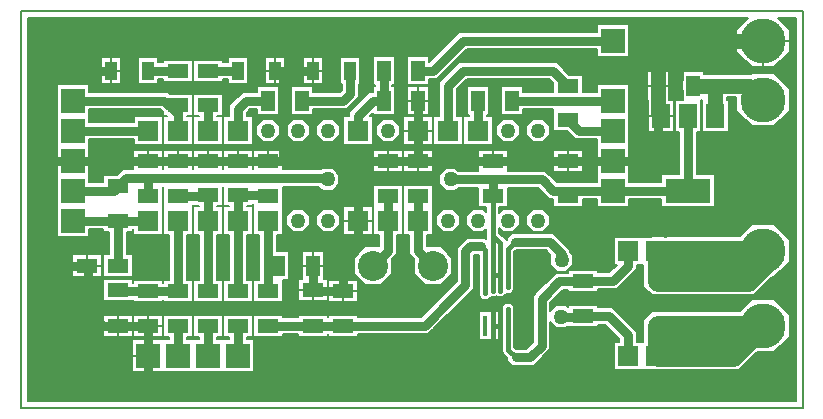
<source format=gbr>
G04 PROTEUS RS274X GERBER FILE*
%FSLAX45Y45*%
%MOMM*%
G01*
%ADD11C,0.762000*%
%ADD19C,1.270000*%
%ADD10C,0.381000*%
%ADD70C,1.778000*%
%ADD12C,0.762000*%
%ADD13C,1.270000*%
%ADD18C,0.203200*%
%ADD14R,2.032000X2.032000*%
%ADD71R,1.143000X1.803400*%
%ADD20R,1.803400X1.143000*%
%ADD21R,1.803400X1.244600*%
%ADD15C,2.540000*%
%ADD22R,1.016000X1.524000*%
%ADD16R,1.778000X1.778000*%
%ADD23R,1.524000X2.032000*%
%ADD24R,3.810000X2.032000*%
%ADD25R,4.572000X1.651000*%
%ADD26R,1.651000X1.651000*%
%ADD17C,3.810000*%
%ADD27R,0.304800X1.778000*%
G36*
X+3453580Y+4823460D02*
X-3050540Y+4823460D01*
X-3050540Y+8069580D01*
X+3050884Y+8069580D01*
X+2948941Y+7967637D01*
X+2948941Y+7780363D01*
X+3081363Y+7647941D01*
X+3268637Y+7647941D01*
X+3401059Y+7780363D01*
X+3401059Y+7967637D01*
X+3299116Y+8069580D01*
X+3453580Y+8069580D01*
X+3453580Y+4823460D01*
G37*
%LPC*%
G36*
X-2529841Y+7439659D02*
X-1866232Y+7439659D01*
X-1849282Y+7422709D01*
X-1652271Y+7422709D01*
X-1652271Y+7237291D01*
X-1704341Y+7237291D01*
X-1704341Y+7236459D01*
X-1653541Y+7236459D01*
X-1653541Y+6987541D01*
X-1902459Y+6987541D01*
X-1902459Y+7236459D01*
X-1871368Y+7236459D01*
X-1872200Y+7237291D01*
X-1903729Y+7237291D01*
X-1903729Y+7268820D01*
X-1927250Y+7292341D01*
X-2529841Y+7292341D01*
X-2529841Y+7185659D01*
X-2154459Y+7185659D01*
X-2154459Y+7236459D01*
X-1905541Y+7236459D01*
X-1905541Y+6987541D01*
X-2154459Y+6987541D01*
X-2154459Y+7038341D01*
X-2529841Y+7038341D01*
X-2529841Y+6677659D01*
X-2411729Y+6677659D01*
X-2411729Y+6732709D01*
X-2297459Y+6732709D01*
X-2245938Y+6784230D01*
X-2157729Y+6784230D01*
X-2157729Y+6950709D01*
X-1906271Y+6950709D01*
X-1906271Y+6784230D01*
X-1903729Y+6784230D01*
X-1903729Y+6950709D01*
X-1652271Y+6950709D01*
X-1652271Y+6784230D01*
X-1649729Y+6784230D01*
X-1649729Y+6950709D01*
X-1398271Y+6950709D01*
X-1398271Y+6784230D01*
X-1395729Y+6784230D01*
X-1395729Y+6950709D01*
X-1144271Y+6950709D01*
X-1144271Y+6784230D01*
X-1141729Y+6784230D01*
X-1141729Y+6950709D01*
X-890271Y+6950709D01*
X-890271Y+6784230D01*
X-564942Y+6784230D01*
X-551672Y+6797500D01*
X-469608Y+6797500D01*
X-411581Y+6739473D01*
X-411581Y+6657409D01*
X-469608Y+6599382D01*
X-551672Y+6599382D01*
X-589202Y+6636912D01*
X-890271Y+6636912D01*
X-890271Y+6465291D01*
X-891541Y+6465291D01*
X-891541Y+6225541D01*
X-942341Y+6225541D01*
X-942341Y+6094729D01*
X-842291Y+6094729D01*
X-842291Y+5843271D01*
X-890271Y+5843271D01*
X-890271Y+5658291D01*
X-1141729Y+5658291D01*
X-1141729Y+5843709D01*
X-1089659Y+5843709D01*
X-1089659Y+6225541D01*
X-1140459Y+6225541D01*
X-1140459Y+6465291D01*
X-1141729Y+6465291D01*
X-1141729Y+6494341D01*
X-1144271Y+6494341D01*
X-1144271Y+6475291D01*
X-1196341Y+6475291D01*
X-1196341Y+6474459D01*
X-1145541Y+6474459D01*
X-1145541Y+6225541D01*
X-1196341Y+6225541D01*
X-1196341Y+5843709D01*
X-1144271Y+5843709D01*
X-1144271Y+5658291D01*
X-1395729Y+5658291D01*
X-1395729Y+5843709D01*
X-1343659Y+5843709D01*
X-1343659Y+6225541D01*
X-1394459Y+6225541D01*
X-1394459Y+6474459D01*
X-1343659Y+6474459D01*
X-1343659Y+6475291D01*
X-1395729Y+6475291D01*
X-1395729Y+6636912D01*
X-1398271Y+6636912D01*
X-1398271Y+6475291D01*
X-1450341Y+6475291D01*
X-1450341Y+6474459D01*
X-1399541Y+6474459D01*
X-1399541Y+6225541D01*
X-1450341Y+6225541D01*
X-1450341Y+5843709D01*
X-1398271Y+5843709D01*
X-1398271Y+5658291D01*
X-1649729Y+5658291D01*
X-1649729Y+5843709D01*
X-1597659Y+5843709D01*
X-1597659Y+6225541D01*
X-1648459Y+6225541D01*
X-1648459Y+6474459D01*
X-1597659Y+6474459D01*
X-1597659Y+6475291D01*
X-1649729Y+6475291D01*
X-1649729Y+6484341D01*
X-1652271Y+6484341D01*
X-1652271Y+6465291D01*
X-1653541Y+6465291D01*
X-1653541Y+6225541D01*
X-1704341Y+6225541D01*
X-1704341Y+5843709D01*
X-1652271Y+5843709D01*
X-1652271Y+5658291D01*
X-1903729Y+5658291D01*
X-1903729Y+5677341D01*
X-1906271Y+5677341D01*
X-1906271Y+5658291D01*
X-2157729Y+5658291D01*
X-2157729Y+5677341D01*
X-2160271Y+5677341D01*
X-2160271Y+5668291D01*
X-2411729Y+5668291D01*
X-2411729Y+5853709D01*
X-2160271Y+5853709D01*
X-2160271Y+5824659D01*
X-2157729Y+5824659D01*
X-2157729Y+5843709D01*
X-1906271Y+5843709D01*
X-1906271Y+5824659D01*
X-1903729Y+5824659D01*
X-1903729Y+5843709D01*
X-1851659Y+5843709D01*
X-1851659Y+6225541D01*
X-1902459Y+6225541D01*
X-1902459Y+6465291D01*
X-1903729Y+6465291D01*
X-1903729Y+6636912D01*
X-1906271Y+6636912D01*
X-1906271Y+6465291D01*
X-1907541Y+6465291D01*
X-1907541Y+6225541D01*
X-2156459Y+6225541D01*
X-2156459Y+6276341D01*
X-2160271Y+6276341D01*
X-2160271Y+6257291D01*
X-2212341Y+6257291D01*
X-2212341Y+6066789D01*
X-2160271Y+6066789D01*
X-2160271Y+5871211D01*
X-2411729Y+5871211D01*
X-2411729Y+6066789D01*
X-2359659Y+6066789D01*
X-2359659Y+6257291D01*
X-2411729Y+6257291D01*
X-2411729Y+6276341D01*
X-2529841Y+6276341D01*
X-2529841Y+6212841D01*
X-2804159Y+6212841D01*
X-2804159Y+7503159D01*
X-2529841Y+7503159D01*
X-2529841Y+7439659D01*
G37*
G36*
X+1535459Y+7585709D02*
X+1649729Y+7585709D01*
X+1649729Y+7439659D01*
X+1767841Y+7439659D01*
X+1767841Y+7503159D01*
X+2042159Y+7503159D01*
X+2042159Y+6677659D01*
X+2313941Y+6677659D01*
X+2313941Y+6741159D01*
X+2466341Y+6741159D01*
X+2466341Y+7096761D01*
X+2428241Y+7096761D01*
X+2428241Y+7371079D01*
X+2493291Y+7371079D01*
X+2493291Y+7445618D01*
X+2486941Y+7451968D01*
X+2486941Y+7534032D01*
X+2493291Y+7540382D01*
X+2493291Y+7618729D01*
X+2678709Y+7618729D01*
X+2678709Y+7592059D01*
X+3073363Y+7592059D01*
X+3081363Y+7600059D01*
X+3268637Y+7600059D01*
X+3401059Y+7467637D01*
X+3401059Y+7280363D01*
X+3268637Y+7147941D01*
X+3081363Y+7147941D01*
X+2948941Y+7280363D01*
X+2948941Y+7393941D01*
X+2870199Y+7393941D01*
X+2870199Y+7371079D01*
X+2882899Y+7371079D01*
X+2882899Y+7096761D01*
X+2659381Y+7096761D01*
X+2659381Y+7367271D01*
X+2651759Y+7367271D01*
X+2651759Y+7096761D01*
X+2613659Y+7096761D01*
X+2613659Y+6741159D01*
X+2766059Y+6741159D01*
X+2766059Y+6466841D01*
X+2313941Y+6466841D01*
X+2313941Y+6530341D01*
X+2042159Y+6530341D01*
X+2042159Y+6466841D01*
X+1767841Y+6466841D01*
X+1767841Y+6530341D01*
X+1649729Y+6530341D01*
X+1649729Y+6465291D01*
X+1398271Y+6465291D01*
X+1398271Y+6530341D01*
X+1366491Y+6530341D01*
X+1271269Y+6625563D01*
X+1014729Y+6625563D01*
X+1014729Y+6465291D01*
X+940609Y+6465291D01*
X+940609Y+6414700D01*
X+974968Y+6449059D01*
X+1057032Y+6449059D01*
X+1115059Y+6391032D01*
X+1115059Y+6308968D01*
X+1057032Y+6250941D01*
X+974968Y+6250941D01*
X+940609Y+6285300D01*
X+940609Y+6245619D01*
X+1003489Y+6182739D01*
X+1003489Y+6201363D01*
X+1046637Y+6244511D01*
X+1126772Y+6244510D01*
X+1126773Y+6244511D01*
X+1398591Y+6244511D01*
X+1441739Y+6201363D01*
X+1441739Y+6201361D01*
X+1499631Y+6143469D01*
X+1499633Y+6143469D01*
X+1542781Y+6100321D01*
X+1542781Y+6083978D01*
X+1568181Y+6058578D01*
X+1568181Y+5976514D01*
X+1526376Y+5934709D01*
X+1776729Y+5934709D01*
X+1776729Y+5915659D01*
X+1874491Y+5915659D01*
X+1936723Y+5977891D01*
X+1913891Y+5977891D01*
X+1913891Y+6214109D01*
X+2228097Y+6214109D01*
X+2234447Y+6220459D01*
X+2337553Y+6220459D01*
X+2343903Y+6214109D01*
X+2355097Y+6214109D01*
X+2361447Y+6220459D01*
X+2979763Y+6220459D01*
X+3081363Y+6322059D01*
X+3268637Y+6322059D01*
X+3401059Y+6189637D01*
X+3401059Y+6002363D01*
X+3268637Y+5869941D01*
X+3251953Y+5869941D01*
X+3226553Y+5844541D01*
X+3226551Y+5844541D01*
X+3099551Y+5717541D01*
X+2234448Y+5717541D01*
X+2161542Y+5790447D01*
X+2161542Y+5917446D01*
X+2161541Y+5917447D01*
X+2161541Y+5977891D01*
X+2105659Y+5977891D01*
X+2105659Y+5938491D01*
X+1935509Y+5768341D01*
X+1776729Y+5768341D01*
X+1776729Y+5749291D01*
X+1525271Y+5749291D01*
X+1525271Y+5760965D01*
X+1482210Y+5760965D01*
X+1375539Y+5654294D01*
X+1375539Y+5584974D01*
X+1426348Y+5635783D01*
X+1508412Y+5635783D01*
X+1525271Y+5618924D01*
X+1525271Y+5634709D01*
X+1776729Y+5634709D01*
X+1776729Y+5615659D01*
X+1899115Y+5615659D01*
X+2104787Y+5409987D01*
X+2104787Y+5325109D01*
X+2161541Y+5325109D01*
X+2161541Y+5385553D01*
X+2161542Y+5385554D01*
X+2161542Y+5512553D01*
X+2234448Y+5585459D01*
X+2979763Y+5585459D01*
X+3081363Y+5687059D01*
X+3268637Y+5687059D01*
X+3401059Y+5554637D01*
X+3401059Y+5367363D01*
X+3268637Y+5234941D01*
X+3124953Y+5234941D01*
X+3099553Y+5209541D01*
X+3099551Y+5209541D01*
X+2972552Y+5082542D01*
X+2921000Y+5082542D01*
X+2361447Y+5082541D01*
X+2361446Y+5082542D01*
X+2234448Y+5082542D01*
X+2228099Y+5088891D01*
X+1913891Y+5088891D01*
X+1913891Y+5325109D01*
X+1957469Y+5325109D01*
X+1957469Y+5348969D01*
X+1838097Y+5468341D01*
X+1776729Y+5468341D01*
X+1776729Y+5449291D01*
X+1525271Y+5449291D01*
X+1525271Y+5454524D01*
X+1508412Y+5437665D01*
X+1426348Y+5437665D01*
X+1375539Y+5488474D01*
X+1375539Y+5260575D01*
X+1332391Y+5217427D01*
X+1332389Y+5217427D01*
X+1276239Y+5161277D01*
X+1276239Y+5161275D01*
X+1233091Y+5118127D01*
X+1050121Y+5118127D01*
X+1006973Y+5161275D01*
X+1006973Y+5188217D01*
X+993380Y+5201809D01*
X+961391Y+5233798D01*
X+961391Y+5336541D01*
X+770201Y+5336541D01*
X+770201Y+5585459D01*
X+961334Y+5585459D01*
X+961334Y+5624550D01*
X+993322Y+5656538D01*
X+1038562Y+5656538D01*
X+1070609Y+5624491D01*
X+1070609Y+5279037D01*
X+1084201Y+5265445D01*
X+1172071Y+5265445D01*
X+1228221Y+5321595D01*
X+1228221Y+5715314D01*
X+1271369Y+5758462D01*
X+1271371Y+5758462D01*
X+1378042Y+5865133D01*
X+1378042Y+5865135D01*
X+1421190Y+5908283D01*
X+1525271Y+5908283D01*
X+1525271Y+5933604D01*
X+1510154Y+5918487D01*
X+1428090Y+5918487D01*
X+1370063Y+5976514D01*
X+1370063Y+6058578D01*
X+1373124Y+6061640D01*
X+1337571Y+6097193D01*
X+1126773Y+6097193D01*
X+1126772Y+6097194D01*
X+1117216Y+6097194D01*
X+1080717Y+6097193D01*
X+1069041Y+6085517D01*
X+1069041Y+5915188D01*
X+1070609Y+5913620D01*
X+1070609Y+5763545D01*
X+1038562Y+5731498D01*
X+1001261Y+5731498D01*
X+972119Y+5702356D01*
X+926879Y+5702356D01*
X+916860Y+5712374D01*
X+908007Y+5703521D01*
X+868374Y+5703521D01*
X+845061Y+5680208D01*
X+799821Y+5680208D01*
X+766391Y+5713638D01*
X+766391Y+6058866D01*
X+727876Y+6058866D01*
X+727474Y+6058464D01*
X+727474Y+5774498D01*
X+684326Y+5731350D01*
X+684324Y+5731350D01*
X+383465Y+5430491D01*
X+383465Y+5430489D01*
X+340317Y+5387341D01*
X-255271Y+5387341D01*
X-255271Y+5368291D01*
X-506729Y+5368291D01*
X-506729Y+5387341D01*
X-509271Y+5387341D01*
X-509271Y+5368291D01*
X-760729Y+5368291D01*
X-760729Y+5387341D01*
X-890271Y+5387341D01*
X-890271Y+5368291D01*
X-1141729Y+5368291D01*
X-1141729Y+5553709D01*
X-890271Y+5553709D01*
X-890271Y+5534659D01*
X-760729Y+5534659D01*
X-760729Y+5553709D01*
X-509271Y+5553709D01*
X-509271Y+5534659D01*
X-506729Y+5534659D01*
X-506729Y+5553709D01*
X-255271Y+5553709D01*
X-255271Y+5534659D01*
X+279297Y+5534659D01*
X+580156Y+5835518D01*
X+580156Y+6119484D01*
X+623304Y+6162632D01*
X+623306Y+6162632D01*
X+623708Y+6163034D01*
X+623708Y+6163036D01*
X+666856Y+6206184D01*
X+818468Y+6206184D01*
X+831391Y+6193261D01*
X+831391Y+6279300D01*
X+803032Y+6250941D01*
X+720968Y+6250941D01*
X+662941Y+6308968D01*
X+662941Y+6391032D01*
X+720968Y+6449059D01*
X+803032Y+6449059D01*
X+831391Y+6420700D01*
X+831391Y+6465291D01*
X+763271Y+6465291D01*
X+763271Y+6625563D01*
X+597476Y+6625563D01*
X+571295Y+6599382D01*
X+489231Y+6599382D01*
X+431204Y+6657409D01*
X+431204Y+6739473D01*
X+489231Y+6797500D01*
X+571295Y+6797500D01*
X+595914Y+6772881D01*
X+763271Y+6772881D01*
X+763271Y+6950709D01*
X+1014729Y+6950709D01*
X+1014729Y+6772881D01*
X+1332287Y+6772881D01*
X+1427509Y+6677659D01*
X+1767841Y+6677659D01*
X+1767841Y+7038341D01*
X+1584491Y+7038341D01*
X+1512541Y+7110291D01*
X+1398271Y+7110291D01*
X+1398271Y+7292341D01*
X+1144709Y+7292341D01*
X+1144709Y+7240271D01*
X+959291Y+7240271D01*
X+959291Y+7491729D01*
X+1144709Y+7491729D01*
X+1144709Y+7439659D01*
X+1398271Y+7439659D01*
X+1398271Y+7514561D01*
X+1366491Y+7546341D01*
X+665509Y+7546341D01*
X+581659Y+7462491D01*
X+581659Y+7236459D01*
X+632459Y+7236459D01*
X+632459Y+6987541D01*
X+383541Y+6987541D01*
X+383541Y+7236459D01*
X+434341Y+7236459D01*
X+434341Y+7523509D01*
X+604491Y+7693659D01*
X+1427509Y+7693659D01*
X+1535459Y+7585709D01*
G37*
G36*
X+854709Y+7240271D02*
X+835659Y+7240271D01*
X+835659Y+7236459D01*
X+886459Y+7236459D01*
X+886459Y+6987541D01*
X+637541Y+6987541D01*
X+637541Y+7236459D01*
X+688341Y+7236459D01*
X+688341Y+7240271D01*
X+669291Y+7240271D01*
X+669291Y+7491729D01*
X+854709Y+7491729D01*
X+854709Y+7240271D01*
G37*
G36*
X-2671729Y+5871211D02*
X-2671729Y+6066789D01*
X-2420271Y+6066789D01*
X-2420271Y+5871211D01*
X-2671729Y+5871211D01*
G37*
G36*
X+379729Y+6950709D02*
X+379729Y+6765291D01*
X+128271Y+6765291D01*
X+128271Y+6950709D01*
X+379729Y+6950709D01*
G37*
G36*
X+379729Y+6465291D02*
X+378459Y+6465291D01*
X+378459Y+6225541D01*
X+327659Y+6225541D01*
X+327659Y+6131559D01*
X+448334Y+6131559D01*
X+543559Y+6036334D01*
X+543559Y+5901666D01*
X+448334Y+5806441D01*
X+313666Y+5806441D01*
X+218441Y+5901666D01*
X+218441Y+6027391D01*
X+180341Y+6065491D01*
X+180341Y+6225541D01*
X+129541Y+6225541D01*
X+129541Y+6465291D01*
X+128271Y+6465291D01*
X+128271Y+6650709D01*
X+379729Y+6650709D01*
X+379729Y+6465291D01*
G37*
G36*
X+125729Y+6950709D02*
X+125729Y+6765291D01*
X-125729Y+6765291D01*
X-125729Y+6950709D01*
X+125729Y+6950709D01*
G37*
G36*
X+125729Y+6465291D02*
X+124459Y+6465291D01*
X+124459Y+6225541D01*
X+73659Y+6225541D01*
X+73659Y+6065491D01*
X+35559Y+6027391D01*
X+35559Y+5901666D01*
X-59666Y+5806441D01*
X-194334Y+5806441D01*
X-289559Y+5901666D01*
X-289559Y+6036334D01*
X-194334Y+6131559D01*
X-73659Y+6131559D01*
X-73659Y+6225541D01*
X-124459Y+6225541D01*
X-124459Y+6465291D01*
X-125729Y+6465291D01*
X-125729Y+6650709D01*
X+125729Y+6650709D01*
X+125729Y+6465291D01*
G37*
G36*
X-1183641Y+7508241D02*
X-1356359Y+7508241D01*
X-1356359Y+7546341D01*
X-1398271Y+7546341D01*
X-1398271Y+7527291D01*
X-1649729Y+7527291D01*
X-1649729Y+7712709D01*
X-1398271Y+7712709D01*
X-1398271Y+7693659D01*
X-1356359Y+7693659D01*
X-1356359Y+7731759D01*
X-1183641Y+7731759D01*
X-1183641Y+7508241D01*
G37*
G36*
X-1398271Y+7237291D02*
X-1450341Y+7237291D01*
X-1450341Y+7236459D01*
X-1399541Y+7236459D01*
X-1399541Y+6987541D01*
X-1648459Y+6987541D01*
X-1648459Y+7236459D01*
X-1597659Y+7236459D01*
X-1597659Y+7237291D01*
X-1649729Y+7237291D01*
X-1649729Y+7422709D01*
X-1398271Y+7422709D01*
X-1398271Y+7237291D01*
G37*
G36*
X-233681Y+7508241D02*
X-245605Y+7508241D01*
X-245605Y+7393406D01*
X-346670Y+7292341D01*
X-633291Y+7292341D01*
X-633291Y+7240271D01*
X-818709Y+7240271D01*
X-818709Y+7491729D01*
X-633291Y+7491729D01*
X-633291Y+7439659D01*
X-407688Y+7439659D01*
X-392923Y+7454424D01*
X-392923Y+7508241D01*
X-406399Y+7508241D01*
X-406399Y+7731759D01*
X-233681Y+7731759D01*
X-233681Y+7508241D01*
G37*
G36*
X-923291Y+7240271D02*
X-1108709Y+7240271D01*
X-1108709Y+7292341D01*
X-1168347Y+7292341D01*
X-1196634Y+7264054D01*
X-1196634Y+7236459D01*
X-1145541Y+7236459D01*
X-1145541Y+6987541D01*
X-1394459Y+6987541D01*
X-1394459Y+7236459D01*
X-1343952Y+7236459D01*
X-1343952Y+7325072D01*
X-1229365Y+7439659D01*
X-1108709Y+7439659D01*
X-1108709Y+7491729D01*
X-923291Y+7491729D01*
X-923291Y+7240271D01*
G37*
G36*
X-1945641Y+7693659D02*
X-1903729Y+7693659D01*
X-1903729Y+7712709D01*
X-1652271Y+7712709D01*
X-1652271Y+7527291D01*
X-1903729Y+7527291D01*
X-1903729Y+7546341D01*
X-1945641Y+7546341D01*
X-1945641Y+7508241D01*
X-2118359Y+7508241D01*
X-2118359Y+7731759D01*
X-1945641Y+7731759D01*
X-1945641Y+7693659D01*
G37*
G36*
X-868681Y+7508241D02*
X-1041399Y+7508241D01*
X-1041399Y+7731759D01*
X-868681Y+7731759D01*
X-868681Y+7508241D01*
G37*
G36*
X-721359Y+7731759D02*
X-548641Y+7731759D01*
X-548641Y+7508241D01*
X-721359Y+7508241D01*
X-721359Y+7731759D01*
G37*
G36*
X-2260601Y+7508241D02*
X-2433319Y+7508241D01*
X-2433319Y+7731759D01*
X-2260601Y+7731759D01*
X-2260601Y+7508241D01*
G37*
G36*
X-720968Y+6250941D02*
X-803032Y+6250941D01*
X-861059Y+6308968D01*
X-861059Y+6391032D01*
X-803032Y+6449059D01*
X-720968Y+6449059D01*
X-662941Y+6391032D01*
X-662941Y+6308968D01*
X-720968Y+6250941D01*
G37*
G36*
X-466968Y+6250941D02*
X-549032Y+6250941D01*
X-607059Y+6308968D01*
X-607059Y+6391032D01*
X-549032Y+6449059D01*
X-466968Y+6449059D01*
X-408941Y+6391032D01*
X-408941Y+6308968D01*
X-466968Y+6250941D01*
G37*
G36*
X-378459Y+6474459D02*
X-129541Y+6474459D01*
X-129541Y+6225541D01*
X-378459Y+6225541D01*
X-378459Y+6474459D01*
G37*
G36*
X+549032Y+6250941D02*
X+466968Y+6250941D01*
X+408941Y+6308968D01*
X+408941Y+6391032D01*
X+466968Y+6449059D01*
X+549032Y+6449059D01*
X+607059Y+6391032D01*
X+607059Y+6308968D01*
X+549032Y+6250941D01*
G37*
G36*
X+1311032Y+6250941D02*
X+1228968Y+6250941D01*
X+1170941Y+6308968D01*
X+1170941Y+6391032D01*
X+1228968Y+6449059D01*
X+1311032Y+6449059D01*
X+1369059Y+6391032D01*
X+1369059Y+6308968D01*
X+1311032Y+6250941D01*
G37*
G36*
X+1311032Y+7012941D02*
X+1228968Y+7012941D01*
X+1170941Y+7070968D01*
X+1170941Y+7153032D01*
X+1228968Y+7211059D01*
X+1311032Y+7211059D01*
X+1369059Y+7153032D01*
X+1369059Y+7070968D01*
X+1311032Y+7012941D01*
G37*
G36*
X+1057032Y+7012941D02*
X+974968Y+7012941D01*
X+916941Y+7070968D01*
X+916941Y+7153032D01*
X+974968Y+7211059D01*
X+1057032Y+7211059D01*
X+1115059Y+7153032D01*
X+1115059Y+7070968D01*
X+1057032Y+7012941D01*
G37*
G36*
X+129541Y+7236459D02*
X+378459Y+7236459D01*
X+378459Y+6987541D01*
X+129541Y+6987541D01*
X+129541Y+7236459D01*
G37*
G36*
X+41032Y+7012941D02*
X-41032Y+7012941D01*
X-99059Y+7070968D01*
X-99059Y+7153032D01*
X-41032Y+7211059D01*
X+41032Y+7211059D01*
X+99059Y+7153032D01*
X+99059Y+7070968D01*
X+41032Y+7012941D01*
G37*
G36*
X+56709Y+7494271D02*
X+37659Y+7494271D01*
X+37659Y+7491729D01*
X+56709Y+7491729D01*
X+56709Y+7240271D01*
X-128709Y+7240271D01*
X-128709Y+7260123D01*
X-152373Y+7236459D01*
X-129541Y+7236459D01*
X-129541Y+6987541D01*
X-378459Y+6987541D01*
X-378459Y+7236459D01*
X-327659Y+7236459D01*
X-327659Y+7269509D01*
X-157509Y+7439659D01*
X-128709Y+7439659D01*
X-128709Y+7491729D01*
X-109659Y+7491729D01*
X-109659Y+7494271D01*
X-128709Y+7494271D01*
X-128709Y+7745729D01*
X+56709Y+7745729D01*
X+56709Y+7494271D01*
G37*
G36*
X-466968Y+7012941D02*
X-549032Y+7012941D01*
X-607059Y+7070968D01*
X-607059Y+7153032D01*
X-549032Y+7211059D01*
X-466968Y+7211059D01*
X-408941Y+7153032D01*
X-408941Y+7070968D01*
X-466968Y+7012941D01*
G37*
G36*
X-720968Y+7012941D02*
X-803032Y+7012941D01*
X-861059Y+7070968D01*
X-861059Y+7153032D01*
X-803032Y+7211059D01*
X-720968Y+7211059D01*
X-662941Y+7153032D01*
X-662941Y+7070968D01*
X-720968Y+7012941D01*
G37*
G36*
X-974968Y+7012941D02*
X-1057032Y+7012941D01*
X-1115059Y+7070968D01*
X-1115059Y+7153032D01*
X-1057032Y+7211059D01*
X-974968Y+7211059D01*
X-916941Y+7153032D01*
X-916941Y+7070968D01*
X-974968Y+7012941D01*
G37*
G36*
X+2378709Y+7371079D02*
X+2420619Y+7371079D01*
X+2420619Y+7096761D01*
X+2197101Y+7096761D01*
X+2197101Y+7367271D01*
X+2193291Y+7367271D01*
X+2193291Y+7618729D01*
X+2378709Y+7618729D01*
X+2378709Y+7371079D01*
G37*
G36*
X+1398271Y+6765291D02*
X+1398271Y+6950709D01*
X+1649729Y+6950709D01*
X+1649729Y+6765291D01*
X+1398271Y+6765291D01*
G37*
G36*
X-1144271Y+5368291D02*
X-1196341Y+5368291D01*
X-1196341Y+5344159D01*
X-1132841Y+5344159D01*
X-1132841Y+5069841D01*
X-2169159Y+5069841D01*
X-2169159Y+5344159D01*
X-1851659Y+5344159D01*
X-1851659Y+5368291D01*
X-1903729Y+5368291D01*
X-1903729Y+5553709D01*
X-1652271Y+5553709D01*
X-1652271Y+5368291D01*
X-1704341Y+5368291D01*
X-1704341Y+5344159D01*
X-1597659Y+5344159D01*
X-1597659Y+5368291D01*
X-1649729Y+5368291D01*
X-1649729Y+5553709D01*
X-1398271Y+5553709D01*
X-1398271Y+5368291D01*
X-1450341Y+5368291D01*
X-1450341Y+5344159D01*
X-1343659Y+5344159D01*
X-1343659Y+5368291D01*
X-1395729Y+5368291D01*
X-1395729Y+5553709D01*
X-1144271Y+5553709D01*
X-1144271Y+5368291D01*
G37*
G36*
X-1906271Y+5553709D02*
X-1906271Y+5368291D01*
X-2157729Y+5368291D01*
X-2157729Y+5553709D01*
X-1906271Y+5553709D01*
G37*
G36*
X-2160271Y+5553709D02*
X-2160271Y+5368291D01*
X-2411729Y+5368291D01*
X-2411729Y+5553709D01*
X-2160271Y+5553709D01*
G37*
G36*
X+2042159Y+7736841D02*
X+1767841Y+7736841D01*
X+1767841Y+7800341D01*
X+665509Y+7800341D01*
X+411509Y+7546341D01*
X+346709Y+7546341D01*
X+346709Y+7494271D01*
X+161291Y+7494271D01*
X+161291Y+7745729D01*
X+346709Y+7745729D01*
X+346709Y+7693659D01*
X+350491Y+7693659D01*
X+604491Y+7947659D01*
X+1767841Y+7947659D01*
X+1767841Y+8011159D01*
X+2042159Y+8011159D01*
X+2042159Y+7736841D01*
G37*
G36*
X+346709Y+7240271D02*
X+161291Y+7240271D01*
X+161291Y+7491729D01*
X+346709Y+7491729D01*
X+346709Y+7240271D01*
G37*
G36*
X-506729Y+5658291D02*
X-506729Y+5843709D01*
X-255271Y+5843709D01*
X-255271Y+5658291D01*
X-506729Y+5658291D01*
G37*
G36*
X-542291Y+5853709D02*
X-509271Y+5853709D01*
X-509271Y+5668291D01*
X-760729Y+5668291D01*
X-760729Y+5853709D01*
X-727709Y+5853709D01*
X-727709Y+6094729D01*
X-542291Y+6094729D01*
X-542291Y+5853709D01*
G37*
%LPD*%
D11*
X-2667000Y+7112000D02*
X-2030000Y+7112000D01*
X-2667000Y+7366000D02*
X-1896741Y+7366000D01*
X-1780066Y+7249325D01*
X-1780066Y+7114066D01*
X-1778000Y+7112000D01*
X-127000Y+5969000D02*
X+0Y+6096000D01*
X+0Y+6350000D01*
X+254000Y+6350000D02*
X+254000Y+6096000D01*
X+381000Y+5969000D01*
X+0Y+6558000D02*
X+0Y+6350000D01*
X+254000Y+6558000D02*
X+254000Y+6350000D01*
X+254000Y+6858000D02*
X+254000Y+7112000D01*
X+0Y+6858000D02*
X+254000Y+6858000D01*
X-381000Y+6858000D02*
X-261470Y+6858000D01*
X+0Y+6858000D01*
X-254000Y+6350000D02*
X-254000Y+6850530D01*
X-261470Y+6858000D01*
X-2667000Y+6350000D02*
X-2286000Y+6350000D01*
X-2032000Y+6350000D01*
X+1052000Y+7366000D02*
X+1905000Y+7366000D01*
X+762000Y+7112000D02*
X+762000Y+7366000D01*
X+508000Y+7112000D02*
X+508000Y+7493000D01*
X+635000Y+7620000D01*
X+1397000Y+7620000D01*
X+1524000Y+7493000D01*
X+1524000Y+7203000D02*
X+1615000Y+7112000D01*
X+1905000Y+7112000D01*
X-2032000Y+7620000D02*
X-1778000Y+7620000D01*
X-635000Y+6858000D02*
X-381000Y+6858000D01*
X-1524000Y+7620000D02*
X-1270000Y+7620000D01*
X-889000Y+6858000D02*
X-889000Y+7620000D01*
X-889000Y+6858000D02*
X-635000Y+6858000D01*
X-955040Y+7620000D02*
X-889000Y+7620000D01*
X-635000Y+7620000D01*
X-726000Y+7366000D02*
X-377179Y+7366000D01*
X-319264Y+7423915D01*
X-319264Y+7619224D01*
X-320040Y+7620000D01*
X-1016000Y+7366000D02*
X-1198856Y+7366000D01*
X-1270293Y+7294563D01*
X-1270293Y+7112293D01*
X-1270000Y+7112000D01*
X-1524000Y+7112000D02*
X-1524000Y+7330000D01*
X-1778000Y+7112000D02*
X-1778000Y+7330000D01*
X-2346960Y+7620000D02*
X-2794000Y+7620000D01*
X-2921000Y+7493000D01*
X-2921000Y+6858000D01*
X-2667000Y+6858000D01*
X-2286000Y+5969000D02*
X-2286000Y+6350000D01*
X-2921000Y+6096000D02*
X-2921000Y+6189626D01*
X-2921000Y+6858000D01*
X-254000Y+7112000D02*
X-254000Y+7239000D01*
X-127000Y+7366000D01*
X-36000Y+7366000D01*
X-36000Y+7620000D01*
X+254000Y+7366000D02*
X+254000Y+7112000D01*
X+254000Y+7620000D02*
X+381000Y+7620000D01*
X+635000Y+7874000D01*
X+1905000Y+7874000D01*
X-2286000Y+5461000D02*
X-2032000Y+5461000D01*
X-2032000Y+5207000D02*
X-2032000Y+5461000D01*
X-1778000Y+5751000D02*
X-2032000Y+5751000D01*
X-2276000Y+5751000D01*
X-2286000Y+5761000D01*
X-1778000Y+5461000D02*
X-1778000Y+5207000D01*
X-1524000Y+5461000D02*
X-1524000Y+5207000D01*
X-1270000Y+5461000D02*
X-1270000Y+5207000D01*
X-1778000Y+6350000D02*
X-1778000Y+5751000D01*
X-1524000Y+6350000D02*
X-1524000Y+5751000D01*
X-1270000Y+6350000D02*
X-1270000Y+5751000D01*
X-1270000Y+6568000D02*
X-1026000Y+6568000D01*
X-1016000Y+6558000D01*
X-1270000Y+6350000D02*
X-1270000Y+6568000D01*
X-1270000Y+6858000D02*
X-1016000Y+6858000D01*
X-889000Y+6858000D01*
X-2032000Y+6858000D02*
X-1778000Y+6858000D01*
X-1524000Y+6858000D01*
X-1270000Y+6858000D01*
X-1778000Y+6558000D02*
X-1534000Y+6558000D01*
X-1524000Y+6568000D01*
X-1524000Y+6350000D01*
X-2667000Y+6604000D02*
X-2322000Y+6604000D01*
X-2286000Y+6640000D01*
X-2667000Y+6858000D02*
X-2032000Y+6858000D01*
X-2032000Y+6558000D02*
X-2032000Y+6706149D01*
X-2036422Y+6710571D01*
X-2286000Y+6640000D02*
X-2215429Y+6710571D01*
X-2036422Y+6710571D01*
X-522770Y+6710571D01*
X-510640Y+6698441D01*
X-2286000Y+5461000D02*
X-2413000Y+5461000D01*
X-2540000Y+5588000D01*
X-2540000Y+5963000D01*
X-2546000Y+5969000D01*
X-2921000Y+6096000D02*
X-2794000Y+5969000D01*
X-2736807Y+5969000D01*
X-2546000Y+5969000D02*
X-2736807Y+5969000D01*
X-254000Y+6350000D02*
X-254000Y+6223000D01*
X-381000Y+6096000D01*
X-381000Y+5751000D01*
X+1524000Y+6858000D02*
X+1905000Y+6858000D01*
X+2159000Y+6858000D01*
X+2286000Y+6985000D01*
X+2286000Y+7211060D01*
X+2308860Y+7233920D01*
X+1524000Y+6558000D02*
X+1524000Y+6569452D01*
X+1558548Y+6604000D01*
X+1905000Y+6604000D01*
X+2540000Y+6604000D01*
X+2540000Y+7233920D01*
X+2540000Y+7291172D01*
D19*
X+3175000Y+7874000D02*
X+2413000Y+7874000D01*
X+2286000Y+7747000D01*
X+2286000Y+7493000D01*
X+2586000Y+7493000D02*
X+2717713Y+7493000D01*
X+2771140Y+7233920D02*
X+2771140Y+7470140D01*
X+2794000Y+7493000D01*
X+3175000Y+7374000D02*
X+3056000Y+7493000D01*
X+2794000Y+7493000D01*
X+2717713Y+7493000D01*
D11*
X-935000Y+5969000D02*
X-1016000Y+5969000D01*
X-1016000Y+5751000D02*
X-1016000Y+5969000D01*
X-1016000Y+6350000D01*
X-635000Y+5761000D02*
X-635000Y+5969000D01*
X-381000Y+5751000D02*
X-625000Y+5751000D01*
X-635000Y+5761000D01*
X-381000Y+5461000D02*
X-635000Y+5461000D01*
X-1016000Y+5461000D02*
X-635000Y+5461000D01*
D10*
X+886000Y+5891000D02*
X+951000Y+5891000D01*
D11*
X+531044Y+6699222D02*
X+889000Y+6699222D01*
D10*
X+886000Y+5461000D02*
X+951000Y+5461000D01*
D11*
X+889000Y+6858000D02*
X+1092407Y+6858000D01*
X+254000Y+6858000D02*
X+889000Y+6858000D01*
X+1092407Y+6858000D02*
X+1524000Y+6858000D01*
X+889000Y+6558000D02*
X+889000Y+6699222D01*
X+1524000Y+6558000D02*
X+1478000Y+6604000D01*
X+1464113Y+6604000D01*
X+889000Y+6699222D02*
X+1301778Y+6699222D01*
X+1397000Y+6604000D01*
X+1464113Y+6604000D01*
X+1478000Y+6604000D02*
X+1558548Y+6604000D01*
D70*
X+2413000Y+6096000D02*
X+3175000Y+6096000D01*
X+2286000Y+5334000D02*
X+3048000Y+5334000D01*
X+2413000Y+5207000D02*
X+2921000Y+5207000D01*
X+3048000Y+5334000D01*
X+3175000Y+5461000D01*
X+2286000Y+5461000D01*
X+2286000Y+5334000D01*
X+2286000Y+5207000D01*
X+2413000Y+5207000D01*
X+2286000Y+5969000D02*
X+3175000Y+5969000D01*
X+3175000Y+6096000D02*
X+3175000Y+5969000D01*
X+3048000Y+5842000D01*
X+2286000Y+5842000D01*
X+2286000Y+5969000D01*
X+2286000Y+6096000D01*
D19*
X+2308860Y+7233920D02*
X+2286000Y+7256780D01*
X+2286000Y+7493000D01*
D11*
X+1651000Y+5842000D02*
X+1905000Y+5842000D01*
X+2032000Y+5969000D01*
X+2032000Y+6096000D01*
X+1651000Y+5542000D02*
X+1868606Y+5542000D01*
X+2031128Y+5379478D01*
X+2031128Y+5207872D01*
X+2032000Y+5207000D01*
D10*
X+1651000Y+5542000D02*
X+1472656Y+5542000D01*
X+1467380Y+5536724D01*
D11*
X-2032000Y+5207000D02*
X-2032000Y+5000038D01*
X-1991289Y+4959327D01*
X+635000Y+4959327D01*
X+641327Y+4959327D01*
X+889000Y+5207000D01*
D10*
X+886000Y+5461000D02*
X+886000Y+5210000D01*
X+889000Y+5207000D01*
X-2032000Y+5000038D02*
X-2035135Y+5003173D01*
X-2035135Y+5203865D01*
X-2032000Y+5207000D01*
D11*
X+1651000Y+5842000D02*
X+1643624Y+5834624D01*
X+1451701Y+5834624D01*
X+1301880Y+5684803D01*
X+1301880Y+5291086D01*
X+1202580Y+5191786D01*
X+1080632Y+5191786D01*
D10*
X+1016000Y+5461000D02*
X+1016000Y+5256418D01*
D11*
X+1467380Y+5536724D02*
X+1645724Y+5536724D01*
X+1651000Y+5542000D01*
X+1469122Y+6017546D02*
X+1469122Y+6069810D01*
X+1397696Y+6141236D01*
X+1368080Y+6170852D01*
X+1157284Y+6170852D01*
X+1077148Y+6170852D01*
D10*
X+1014432Y+6108136D02*
X+1014432Y+5892568D01*
X+1016000Y+5891000D01*
D11*
X-381000Y+5461000D02*
X+309806Y+5461000D01*
X+545804Y+5696998D01*
X+653815Y+5805009D01*
X+653815Y+6088973D01*
X+697367Y+6132525D01*
X+787957Y+6132525D01*
D10*
X+821000Y+5891000D02*
X+821000Y+6099482D01*
X+787957Y+6132525D01*
X+951000Y+5461000D02*
X+951000Y+5330477D01*
X+1016000Y+5256418D02*
X+1080632Y+5191786D01*
X+951000Y+5330477D02*
X+951000Y+5269000D01*
X+889000Y+5207000D01*
X+1014432Y+6108136D02*
X+1077148Y+6170852D01*
X+951000Y+5891000D02*
X+951000Y+6158000D01*
X+886000Y+6223000D01*
X+886000Y+5891000D02*
X+886000Y+6223000D01*
X+886000Y+6558000D01*
X+889000Y+6558000D01*
X+1016000Y+5891000D02*
X+1016000Y+5786164D01*
X+1015942Y+5786106D01*
X+1016000Y+5461000D02*
X+1016000Y+5601872D01*
X+1015942Y+5601930D01*
X+951000Y+5461000D02*
X+951000Y+5592270D01*
X+950665Y+5592605D01*
X+886000Y+5461000D02*
X+886000Y+5596655D01*
X+885387Y+5597268D01*
X+886000Y+5891000D02*
X+886000Y+5758742D01*
X+885387Y+5758129D01*
X+951000Y+5891000D02*
X+951000Y+5758465D01*
X+949499Y+5756964D01*
X+821000Y+5891000D02*
X+821000Y+5736257D01*
X+822441Y+5734816D01*
D12*
X+531044Y+6699222D03*
D13*
X+1469122Y+6017546D03*
X+1467380Y+5536724D03*
X+530263Y+6698441D03*
X-510640Y+6698441D03*
D18*
X+3453580Y+4823460D02*
X-3050540Y+4823460D01*
X-3050540Y+8069580D01*
X+3050884Y+8069580D01*
X+2948941Y+7967637D01*
X+2948941Y+7780363D01*
X+3081363Y+7647941D01*
X+3268637Y+7647941D01*
X+3401059Y+7780363D01*
X+3401059Y+7967637D01*
X+3299116Y+8069580D01*
X+3453580Y+8069580D01*
X+3453580Y+4823460D01*
X-2529841Y+7439659D02*
X-1866232Y+7439659D01*
X-1849282Y+7422709D01*
X-1652271Y+7422709D01*
X-1652271Y+7237291D01*
X-1704341Y+7237291D01*
X-1704341Y+7236459D01*
X-1653541Y+7236459D01*
X-1653541Y+6987541D01*
X-1902459Y+6987541D01*
X-1902459Y+7236459D01*
X-1871368Y+7236459D01*
X-1872200Y+7237291D01*
X-1903729Y+7237291D01*
X-1903729Y+7268820D01*
X-1927250Y+7292341D01*
X-2529841Y+7292341D01*
X-2529841Y+7185659D01*
X-2154459Y+7185659D01*
X-2154459Y+7236459D01*
X-1905541Y+7236459D01*
X-1905541Y+6987541D01*
X-2154459Y+6987541D01*
X-2154459Y+7038341D01*
X-2529841Y+7038341D01*
X-2529841Y+6677659D01*
X-2411729Y+6677659D01*
X-2411729Y+6732709D01*
X-2297459Y+6732709D01*
X-2245938Y+6784230D01*
X-2157729Y+6784230D01*
X-2157729Y+6950709D01*
X-1906271Y+6950709D01*
X-1906271Y+6784230D01*
X-1903729Y+6784230D01*
X-1903729Y+6950709D01*
X-1652271Y+6950709D01*
X-1652271Y+6784230D01*
X-1649729Y+6784230D01*
X-1649729Y+6950709D01*
X-1398271Y+6950709D01*
X-1398271Y+6784230D01*
X-1395729Y+6784230D01*
X-1395729Y+6950709D01*
X-1144271Y+6950709D01*
X-1144271Y+6784230D01*
X-1141729Y+6784230D01*
X-1141729Y+6950709D01*
X-890271Y+6950709D01*
X-890271Y+6784230D01*
X-564942Y+6784230D01*
X-551672Y+6797500D01*
X-469608Y+6797500D01*
X-411581Y+6739473D01*
X-411581Y+6657409D01*
X-469608Y+6599382D01*
X-551672Y+6599382D01*
X-589202Y+6636912D01*
X-890271Y+6636912D01*
X-890271Y+6465291D01*
X-891541Y+6465291D01*
X-891541Y+6225541D01*
X-942341Y+6225541D01*
X-942341Y+6094729D01*
X-842291Y+6094729D01*
X-842291Y+5843271D01*
X-890271Y+5843271D01*
X-890271Y+5658291D01*
X-1141729Y+5658291D01*
X-1141729Y+5843709D01*
X-1089659Y+5843709D01*
X-1089659Y+6225541D01*
X-1140459Y+6225541D01*
X-1140459Y+6465291D01*
X-1141729Y+6465291D01*
X-1141729Y+6494341D01*
X-1144271Y+6494341D01*
X-1144271Y+6475291D01*
X-1196341Y+6475291D01*
X-1196341Y+6474459D01*
X-1145541Y+6474459D01*
X-1145541Y+6225541D01*
X-1196341Y+6225541D01*
X-1196341Y+5843709D01*
X-1144271Y+5843709D01*
X-1144271Y+5658291D01*
X-1395729Y+5658291D01*
X-1395729Y+5843709D01*
X-1343659Y+5843709D01*
X-1343659Y+6225541D01*
X-1394459Y+6225541D01*
X-1394459Y+6474459D01*
X-1343659Y+6474459D01*
X-1343659Y+6475291D01*
X-1395729Y+6475291D01*
X-1395729Y+6636912D01*
X-1398271Y+6636912D01*
X-1398271Y+6475291D01*
X-1450341Y+6475291D01*
X-1450341Y+6474459D01*
X-1399541Y+6474459D01*
X-1399541Y+6225541D01*
X-1450341Y+6225541D01*
X-1450341Y+5843709D01*
X-1398271Y+5843709D01*
X-1398271Y+5658291D01*
X-1649729Y+5658291D01*
X-1649729Y+5843709D01*
X-1597659Y+5843709D01*
X-1597659Y+6225541D01*
X-1648459Y+6225541D01*
X-1648459Y+6474459D01*
X-1597659Y+6474459D01*
X-1597659Y+6475291D01*
X-1649729Y+6475291D01*
X-1649729Y+6484341D01*
X-1652271Y+6484341D01*
X-1652271Y+6465291D01*
X-1653541Y+6465291D01*
X-1653541Y+6225541D01*
X-1704341Y+6225541D01*
X-1704341Y+5843709D01*
X-1652271Y+5843709D01*
X-1652271Y+5658291D01*
X-1903729Y+5658291D01*
X-1903729Y+5677341D01*
X-1906271Y+5677341D01*
X-1906271Y+5658291D01*
X-2157729Y+5658291D01*
X-2157729Y+5677341D01*
X-2160271Y+5677341D01*
X-2160271Y+5668291D01*
X-2411729Y+5668291D01*
X-2411729Y+5853709D01*
X-2160271Y+5853709D01*
X-2160271Y+5824659D01*
X-2157729Y+5824659D01*
X-2157729Y+5843709D01*
X-1906271Y+5843709D01*
X-1906271Y+5824659D01*
X-1903729Y+5824659D01*
X-1903729Y+5843709D01*
X-1851659Y+5843709D01*
X-1851659Y+6225541D01*
X-1902459Y+6225541D01*
X-1902459Y+6465291D01*
X-1903729Y+6465291D01*
X-1903729Y+6636912D01*
X-1906271Y+6636912D01*
X-1906271Y+6465291D01*
X-1907541Y+6465291D01*
X-1907541Y+6225541D01*
X-2156459Y+6225541D01*
X-2156459Y+6276341D01*
X-2160271Y+6276341D01*
X-2160271Y+6257291D01*
X-2212341Y+6257291D01*
X-2212341Y+6066789D01*
X-2160271Y+6066789D01*
X-2160271Y+5871211D01*
X-2411729Y+5871211D01*
X-2411729Y+6066789D01*
X-2359659Y+6066789D01*
X-2359659Y+6257291D01*
X-2411729Y+6257291D01*
X-2411729Y+6276341D01*
X-2529841Y+6276341D01*
X-2529841Y+6212841D01*
X-2804159Y+6212841D01*
X-2804159Y+7503159D01*
X-2529841Y+7503159D01*
X-2529841Y+7439659D01*
X+1535459Y+7585709D02*
X+1649729Y+7585709D01*
X+1649729Y+7439659D01*
X+1767841Y+7439659D01*
X+1767841Y+7503159D01*
X+2042159Y+7503159D01*
X+2042159Y+6677659D01*
X+2313941Y+6677659D01*
X+2313941Y+6741159D01*
X+2466341Y+6741159D01*
X+2466341Y+7096761D01*
X+2428241Y+7096761D01*
X+2428241Y+7371079D01*
X+2493291Y+7371079D01*
X+2493291Y+7445618D01*
X+2486941Y+7451968D01*
X+2486941Y+7534032D01*
X+2493291Y+7540382D01*
X+2493291Y+7618729D01*
X+2678709Y+7618729D01*
X+2678709Y+7592059D01*
X+3073363Y+7592059D01*
X+3081363Y+7600059D01*
X+3268637Y+7600059D01*
X+3401059Y+7467637D01*
X+3401059Y+7280363D01*
X+3268637Y+7147941D01*
X+3081363Y+7147941D01*
X+2948941Y+7280363D01*
X+2948941Y+7393941D01*
X+2870199Y+7393941D01*
X+2870199Y+7371079D01*
X+2882899Y+7371079D01*
X+2882899Y+7096761D01*
X+2659381Y+7096761D01*
X+2659381Y+7367271D01*
X+2651759Y+7367271D01*
X+2651759Y+7096761D01*
X+2613659Y+7096761D01*
X+2613659Y+6741159D01*
X+2766059Y+6741159D01*
X+2766059Y+6466841D01*
X+2313941Y+6466841D01*
X+2313941Y+6530341D01*
X+2042159Y+6530341D01*
X+2042159Y+6466841D01*
X+1767841Y+6466841D01*
X+1767841Y+6530341D01*
X+1649729Y+6530341D01*
X+1649729Y+6465291D01*
X+1398271Y+6465291D01*
X+1398271Y+6530341D01*
X+1366491Y+6530341D01*
X+1271269Y+6625563D01*
X+1014729Y+6625563D01*
X+1014729Y+6465291D01*
X+940609Y+6465291D01*
X+940609Y+6414700D01*
X+974968Y+6449059D01*
X+1057032Y+6449059D01*
X+1115059Y+6391032D01*
X+1115059Y+6308968D01*
X+1057032Y+6250941D01*
X+974968Y+6250941D01*
X+940609Y+6285300D01*
X+940609Y+6245619D01*
X+1003489Y+6182739D01*
X+1003489Y+6201363D01*
X+1046637Y+6244511D01*
X+1126772Y+6244510D01*
X+1126773Y+6244511D01*
X+1398591Y+6244511D01*
X+1441739Y+6201363D01*
X+1441739Y+6201361D01*
X+1499631Y+6143469D01*
X+1499633Y+6143469D01*
X+1542781Y+6100321D01*
X+1542781Y+6083978D01*
X+1568181Y+6058578D01*
X+1568181Y+5976514D01*
X+1526376Y+5934709D01*
X+1776729Y+5934709D01*
X+1776729Y+5915659D01*
X+1874491Y+5915659D01*
X+1936723Y+5977891D01*
X+1913891Y+5977891D01*
X+1913891Y+6214109D01*
X+2228097Y+6214109D01*
X+2234447Y+6220459D01*
X+2337553Y+6220459D01*
X+2343903Y+6214109D01*
X+2355097Y+6214109D01*
X+2361447Y+6220459D01*
X+2979763Y+6220459D01*
X+3081363Y+6322059D01*
X+3268637Y+6322059D01*
X+3401059Y+6189637D01*
X+3401059Y+6002363D01*
X+3268637Y+5869941D01*
X+3251953Y+5869941D01*
X+3226553Y+5844541D01*
X+3226551Y+5844541D01*
X+3099551Y+5717541D01*
X+2234448Y+5717541D01*
X+2161542Y+5790447D01*
X+2161542Y+5917446D01*
X+2161541Y+5917447D01*
X+2161541Y+5977891D01*
X+2105659Y+5977891D01*
X+2105659Y+5938491D01*
X+1935509Y+5768341D01*
X+1776729Y+5768341D01*
X+1776729Y+5749291D01*
X+1525271Y+5749291D01*
X+1525271Y+5760965D01*
X+1482210Y+5760965D01*
X+1375539Y+5654294D01*
X+1375539Y+5584974D01*
X+1426348Y+5635783D01*
X+1508412Y+5635783D01*
X+1525271Y+5618924D01*
X+1525271Y+5634709D01*
X+1776729Y+5634709D01*
X+1776729Y+5615659D01*
X+1899115Y+5615659D01*
X+2104787Y+5409987D01*
X+2104787Y+5325109D01*
X+2161541Y+5325109D01*
X+2161541Y+5385553D01*
X+2161542Y+5385554D01*
X+2161542Y+5512553D01*
X+2234448Y+5585459D01*
X+2979763Y+5585459D01*
X+3081363Y+5687059D01*
X+3268637Y+5687059D01*
X+3401059Y+5554637D01*
X+3401059Y+5367363D01*
X+3268637Y+5234941D01*
X+3124953Y+5234941D01*
X+3099553Y+5209541D01*
X+3099551Y+5209541D01*
X+2972552Y+5082542D01*
X+2921000Y+5082542D01*
X+2361447Y+5082541D01*
X+2361446Y+5082542D01*
X+2234448Y+5082542D01*
X+2228099Y+5088891D01*
X+1913891Y+5088891D01*
X+1913891Y+5325109D01*
X+1957469Y+5325109D01*
X+1957469Y+5348969D01*
X+1838097Y+5468341D01*
X+1776729Y+5468341D01*
X+1776729Y+5449291D01*
X+1525271Y+5449291D01*
X+1525271Y+5454524D01*
X+1508412Y+5437665D01*
X+1426348Y+5437665D01*
X+1375539Y+5488474D01*
X+1375539Y+5260575D01*
X+1332391Y+5217427D01*
X+1332389Y+5217427D01*
X+1276239Y+5161277D01*
X+1276239Y+5161275D01*
X+1233091Y+5118127D01*
X+1050121Y+5118127D01*
X+1006973Y+5161275D01*
X+1006973Y+5188217D01*
X+993380Y+5201809D01*
X+961391Y+5233798D01*
X+961391Y+5336541D01*
X+770201Y+5336541D01*
X+770201Y+5585459D01*
X+961334Y+5585459D01*
X+961334Y+5624550D01*
X+993322Y+5656538D01*
X+1038562Y+5656538D01*
X+1070609Y+5624491D01*
X+1070609Y+5279037D01*
X+1084201Y+5265445D01*
X+1172071Y+5265445D01*
X+1228221Y+5321595D01*
X+1228221Y+5715314D01*
X+1271369Y+5758462D01*
X+1271371Y+5758462D01*
X+1378042Y+5865133D01*
X+1378042Y+5865135D01*
X+1421190Y+5908283D01*
X+1525271Y+5908283D01*
X+1525271Y+5933604D01*
X+1510154Y+5918487D01*
X+1428090Y+5918487D01*
X+1370063Y+5976514D01*
X+1370063Y+6058578D01*
X+1373124Y+6061640D01*
X+1337571Y+6097193D01*
X+1126773Y+6097193D01*
X+1126772Y+6097194D01*
X+1117216Y+6097194D01*
X+1080717Y+6097193D01*
X+1069041Y+6085517D01*
X+1069041Y+5915188D01*
X+1070609Y+5913620D01*
X+1070609Y+5763545D01*
X+1038562Y+5731498D01*
X+1001261Y+5731498D01*
X+972119Y+5702356D01*
X+926879Y+5702356D01*
X+916860Y+5712374D01*
X+908007Y+5703521D01*
X+868374Y+5703521D01*
X+845061Y+5680208D01*
X+799821Y+5680208D01*
X+766391Y+5713638D01*
X+766391Y+6058866D01*
X+727876Y+6058866D01*
X+727474Y+6058464D01*
X+727474Y+5774498D01*
X+684326Y+5731350D01*
X+684324Y+5731350D01*
X+383465Y+5430491D01*
X+383465Y+5430489D01*
X+340317Y+5387341D01*
X-255271Y+5387341D01*
X-255271Y+5368291D01*
X-506729Y+5368291D01*
X-506729Y+5387341D01*
X-509271Y+5387341D01*
X-509271Y+5368291D01*
X-760729Y+5368291D01*
X-760729Y+5387341D01*
X-890271Y+5387341D01*
X-890271Y+5368291D01*
X-1141729Y+5368291D01*
X-1141729Y+5553709D01*
X-890271Y+5553709D01*
X-890271Y+5534659D01*
X-760729Y+5534659D01*
X-760729Y+5553709D01*
X-509271Y+5553709D01*
X-509271Y+5534659D01*
X-506729Y+5534659D01*
X-506729Y+5553709D01*
X-255271Y+5553709D01*
X-255271Y+5534659D01*
X+279297Y+5534659D01*
X+580156Y+5835518D01*
X+580156Y+6119484D01*
X+623304Y+6162632D01*
X+623306Y+6162632D01*
X+623708Y+6163034D01*
X+623708Y+6163036D01*
X+666856Y+6206184D01*
X+818468Y+6206184D01*
X+831391Y+6193261D01*
X+831391Y+6279300D01*
X+803032Y+6250941D01*
X+720968Y+6250941D01*
X+662941Y+6308968D01*
X+662941Y+6391032D01*
X+720968Y+6449059D01*
X+803032Y+6449059D01*
X+831391Y+6420700D01*
X+831391Y+6465291D01*
X+763271Y+6465291D01*
X+763271Y+6625563D01*
X+597476Y+6625563D01*
X+571295Y+6599382D01*
X+489231Y+6599382D01*
X+431204Y+6657409D01*
X+431204Y+6739473D01*
X+489231Y+6797500D01*
X+571295Y+6797500D01*
X+595914Y+6772881D01*
X+763271Y+6772881D01*
X+763271Y+6950709D01*
X+1014729Y+6950709D01*
X+1014729Y+6772881D01*
X+1332287Y+6772881D01*
X+1427509Y+6677659D01*
X+1767841Y+6677659D01*
X+1767841Y+7038341D01*
X+1584491Y+7038341D01*
X+1512541Y+7110291D01*
X+1398271Y+7110291D01*
X+1398271Y+7292341D01*
X+1144709Y+7292341D01*
X+1144709Y+7240271D01*
X+959291Y+7240271D01*
X+959291Y+7491729D01*
X+1144709Y+7491729D01*
X+1144709Y+7439659D01*
X+1398271Y+7439659D01*
X+1398271Y+7514561D01*
X+1366491Y+7546341D01*
X+665509Y+7546341D01*
X+581659Y+7462491D01*
X+581659Y+7236459D01*
X+632459Y+7236459D01*
X+632459Y+6987541D01*
X+383541Y+6987541D01*
X+383541Y+7236459D01*
X+434341Y+7236459D01*
X+434341Y+7523509D01*
X+604491Y+7693659D01*
X+1427509Y+7693659D01*
X+1535459Y+7585709D01*
X+854709Y+7240271D02*
X+835659Y+7240271D01*
X+835659Y+7236459D01*
X+886459Y+7236459D01*
X+886459Y+6987541D01*
X+637541Y+6987541D01*
X+637541Y+7236459D01*
X+688341Y+7236459D01*
X+688341Y+7240271D01*
X+669291Y+7240271D01*
X+669291Y+7491729D01*
X+854709Y+7491729D01*
X+854709Y+7240271D01*
X-2671729Y+5871211D02*
X-2671729Y+6066789D01*
X-2420271Y+6066789D01*
X-2420271Y+5871211D01*
X-2671729Y+5871211D01*
X+379729Y+6950709D02*
X+379729Y+6765291D01*
X+128271Y+6765291D01*
X+128271Y+6950709D01*
X+379729Y+6950709D01*
X+379729Y+6465291D02*
X+378459Y+6465291D01*
X+378459Y+6225541D01*
X+327659Y+6225541D01*
X+327659Y+6131559D01*
X+448334Y+6131559D01*
X+543559Y+6036334D01*
X+543559Y+5901666D01*
X+448334Y+5806441D01*
X+313666Y+5806441D01*
X+218441Y+5901666D01*
X+218441Y+6027391D01*
X+180341Y+6065491D01*
X+180341Y+6225541D01*
X+129541Y+6225541D01*
X+129541Y+6465291D01*
X+128271Y+6465291D01*
X+128271Y+6650709D01*
X+379729Y+6650709D01*
X+379729Y+6465291D01*
X+125729Y+6950709D02*
X+125729Y+6765291D01*
X-125729Y+6765291D01*
X-125729Y+6950709D01*
X+125729Y+6950709D01*
X+125729Y+6465291D02*
X+124459Y+6465291D01*
X+124459Y+6225541D01*
X+73659Y+6225541D01*
X+73659Y+6065491D01*
X+35559Y+6027391D01*
X+35559Y+5901666D01*
X-59666Y+5806441D01*
X-194334Y+5806441D01*
X-289559Y+5901666D01*
X-289559Y+6036334D01*
X-194334Y+6131559D01*
X-73659Y+6131559D01*
X-73659Y+6225541D01*
X-124459Y+6225541D01*
X-124459Y+6465291D01*
X-125729Y+6465291D01*
X-125729Y+6650709D01*
X+125729Y+6650709D01*
X+125729Y+6465291D01*
X-1183641Y+7508241D02*
X-1356359Y+7508241D01*
X-1356359Y+7546341D01*
X-1398271Y+7546341D01*
X-1398271Y+7527291D01*
X-1649729Y+7527291D01*
X-1649729Y+7712709D01*
X-1398271Y+7712709D01*
X-1398271Y+7693659D01*
X-1356359Y+7693659D01*
X-1356359Y+7731759D01*
X-1183641Y+7731759D01*
X-1183641Y+7508241D01*
X-1398271Y+7237291D02*
X-1450341Y+7237291D01*
X-1450341Y+7236459D01*
X-1399541Y+7236459D01*
X-1399541Y+6987541D01*
X-1648459Y+6987541D01*
X-1648459Y+7236459D01*
X-1597659Y+7236459D01*
X-1597659Y+7237291D01*
X-1649729Y+7237291D01*
X-1649729Y+7422709D01*
X-1398271Y+7422709D01*
X-1398271Y+7237291D01*
X-233681Y+7508241D02*
X-245605Y+7508241D01*
X-245605Y+7393406D01*
X-346670Y+7292341D01*
X-633291Y+7292341D01*
X-633291Y+7240271D01*
X-818709Y+7240271D01*
X-818709Y+7491729D01*
X-633291Y+7491729D01*
X-633291Y+7439659D01*
X-407688Y+7439659D01*
X-392923Y+7454424D01*
X-392923Y+7508241D01*
X-406399Y+7508241D01*
X-406399Y+7731759D01*
X-233681Y+7731759D01*
X-233681Y+7508241D01*
X-923291Y+7240271D02*
X-1108709Y+7240271D01*
X-1108709Y+7292341D01*
X-1168347Y+7292341D01*
X-1196634Y+7264054D01*
X-1196634Y+7236459D01*
X-1145541Y+7236459D01*
X-1145541Y+6987541D01*
X-1394459Y+6987541D01*
X-1394459Y+7236459D01*
X-1343952Y+7236459D01*
X-1343952Y+7325072D01*
X-1229365Y+7439659D01*
X-1108709Y+7439659D01*
X-1108709Y+7491729D01*
X-923291Y+7491729D01*
X-923291Y+7240271D01*
X-1945641Y+7693659D02*
X-1903729Y+7693659D01*
X-1903729Y+7712709D01*
X-1652271Y+7712709D01*
X-1652271Y+7527291D01*
X-1903729Y+7527291D01*
X-1903729Y+7546341D01*
X-1945641Y+7546341D01*
X-1945641Y+7508241D01*
X-2118359Y+7508241D01*
X-2118359Y+7731759D01*
X-1945641Y+7731759D01*
X-1945641Y+7693659D01*
X-868681Y+7508241D02*
X-1041399Y+7508241D01*
X-1041399Y+7731759D01*
X-868681Y+7731759D01*
X-868681Y+7508241D01*
X-721359Y+7731759D02*
X-548641Y+7731759D01*
X-548641Y+7508241D01*
X-721359Y+7508241D01*
X-721359Y+7731759D01*
X-2260601Y+7508241D02*
X-2433319Y+7508241D01*
X-2433319Y+7731759D01*
X-2260601Y+7731759D01*
X-2260601Y+7508241D01*
X-720968Y+6250941D02*
X-803032Y+6250941D01*
X-861059Y+6308968D01*
X-861059Y+6391032D01*
X-803032Y+6449059D01*
X-720968Y+6449059D01*
X-662941Y+6391032D01*
X-662941Y+6308968D01*
X-720968Y+6250941D01*
X-466968Y+6250941D02*
X-549032Y+6250941D01*
X-607059Y+6308968D01*
X-607059Y+6391032D01*
X-549032Y+6449059D01*
X-466968Y+6449059D01*
X-408941Y+6391032D01*
X-408941Y+6308968D01*
X-466968Y+6250941D01*
X-378459Y+6474459D02*
X-129541Y+6474459D01*
X-129541Y+6225541D01*
X-378459Y+6225541D01*
X-378459Y+6474459D01*
X+549032Y+6250941D02*
X+466968Y+6250941D01*
X+408941Y+6308968D01*
X+408941Y+6391032D01*
X+466968Y+6449059D01*
X+549032Y+6449059D01*
X+607059Y+6391032D01*
X+607059Y+6308968D01*
X+549032Y+6250941D01*
X+1311032Y+6250941D02*
X+1228968Y+6250941D01*
X+1170941Y+6308968D01*
X+1170941Y+6391032D01*
X+1228968Y+6449059D01*
X+1311032Y+6449059D01*
X+1369059Y+6391032D01*
X+1369059Y+6308968D01*
X+1311032Y+6250941D01*
X+1311032Y+7012941D02*
X+1228968Y+7012941D01*
X+1170941Y+7070968D01*
X+1170941Y+7153032D01*
X+1228968Y+7211059D01*
X+1311032Y+7211059D01*
X+1369059Y+7153032D01*
X+1369059Y+7070968D01*
X+1311032Y+7012941D01*
X+1057032Y+7012941D02*
X+974968Y+7012941D01*
X+916941Y+7070968D01*
X+916941Y+7153032D01*
X+974968Y+7211059D01*
X+1057032Y+7211059D01*
X+1115059Y+7153032D01*
X+1115059Y+7070968D01*
X+1057032Y+7012941D01*
X+129541Y+7236459D02*
X+378459Y+7236459D01*
X+378459Y+6987541D01*
X+129541Y+6987541D01*
X+129541Y+7236459D01*
X+41032Y+7012941D02*
X-41032Y+7012941D01*
X-99059Y+7070968D01*
X-99059Y+7153032D01*
X-41032Y+7211059D01*
X+41032Y+7211059D01*
X+99059Y+7153032D01*
X+99059Y+7070968D01*
X+41032Y+7012941D01*
X+56709Y+7494271D02*
X+37659Y+7494271D01*
X+37659Y+7491729D01*
X+56709Y+7491729D01*
X+56709Y+7240271D01*
X-128709Y+7240271D01*
X-128709Y+7260123D01*
X-152373Y+7236459D01*
X-129541Y+7236459D01*
X-129541Y+6987541D01*
X-378459Y+6987541D01*
X-378459Y+7236459D01*
X-327659Y+7236459D01*
X-327659Y+7269509D01*
X-157509Y+7439659D01*
X-128709Y+7439659D01*
X-128709Y+7491729D01*
X-109659Y+7491729D01*
X-109659Y+7494271D01*
X-128709Y+7494271D01*
X-128709Y+7745729D01*
X+56709Y+7745729D01*
X+56709Y+7494271D01*
X-466968Y+7012941D02*
X-549032Y+7012941D01*
X-607059Y+7070968D01*
X-607059Y+7153032D01*
X-549032Y+7211059D01*
X-466968Y+7211059D01*
X-408941Y+7153032D01*
X-408941Y+7070968D01*
X-466968Y+7012941D01*
X-720968Y+7012941D02*
X-803032Y+7012941D01*
X-861059Y+7070968D01*
X-861059Y+7153032D01*
X-803032Y+7211059D01*
X-720968Y+7211059D01*
X-662941Y+7153032D01*
X-662941Y+7070968D01*
X-720968Y+7012941D01*
X-974968Y+7012941D02*
X-1057032Y+7012941D01*
X-1115059Y+7070968D01*
X-1115059Y+7153032D01*
X-1057032Y+7211059D01*
X-974968Y+7211059D01*
X-916941Y+7153032D01*
X-916941Y+7070968D01*
X-974968Y+7012941D01*
X+2378709Y+7371079D02*
X+2420619Y+7371079D01*
X+2420619Y+7096761D01*
X+2197101Y+7096761D01*
X+2197101Y+7367271D01*
X+2193291Y+7367271D01*
X+2193291Y+7618729D01*
X+2378709Y+7618729D01*
X+2378709Y+7371079D01*
X+1398271Y+6765291D02*
X+1398271Y+6950709D01*
X+1649729Y+6950709D01*
X+1649729Y+6765291D01*
X+1398271Y+6765291D01*
X-1144271Y+5368291D02*
X-1196341Y+5368291D01*
X-1196341Y+5344159D01*
X-1132841Y+5344159D01*
X-1132841Y+5069841D01*
X-2169159Y+5069841D01*
X-2169159Y+5344159D01*
X-1851659Y+5344159D01*
X-1851659Y+5368291D01*
X-1903729Y+5368291D01*
X-1903729Y+5553709D01*
X-1652271Y+5553709D01*
X-1652271Y+5368291D01*
X-1704341Y+5368291D01*
X-1704341Y+5344159D01*
X-1597659Y+5344159D01*
X-1597659Y+5368291D01*
X-1649729Y+5368291D01*
X-1649729Y+5553709D01*
X-1398271Y+5553709D01*
X-1398271Y+5368291D01*
X-1450341Y+5368291D01*
X-1450341Y+5344159D01*
X-1343659Y+5344159D01*
X-1343659Y+5368291D01*
X-1395729Y+5368291D01*
X-1395729Y+5553709D01*
X-1144271Y+5553709D01*
X-1144271Y+5368291D01*
X-1906271Y+5553709D02*
X-1906271Y+5368291D01*
X-2157729Y+5368291D01*
X-2157729Y+5553709D01*
X-1906271Y+5553709D01*
X-2160271Y+5553709D02*
X-2160271Y+5368291D01*
X-2411729Y+5368291D01*
X-2411729Y+5553709D01*
X-2160271Y+5553709D01*
X+2042159Y+7736841D02*
X+1767841Y+7736841D01*
X+1767841Y+7800341D01*
X+665509Y+7800341D01*
X+411509Y+7546341D01*
X+346709Y+7546341D01*
X+346709Y+7494271D01*
X+161291Y+7494271D01*
X+161291Y+7745729D01*
X+346709Y+7745729D01*
X+346709Y+7693659D01*
X+350491Y+7693659D01*
X+604491Y+7947659D01*
X+1767841Y+7947659D01*
X+1767841Y+8011159D01*
X+2042159Y+8011159D01*
X+2042159Y+7736841D01*
X+346709Y+7240271D02*
X+161291Y+7240271D01*
X+161291Y+7491729D01*
X+346709Y+7491729D01*
X+346709Y+7240271D01*
X-506729Y+5658291D02*
X-506729Y+5843709D01*
X-255271Y+5843709D01*
X-255271Y+5658291D01*
X-506729Y+5658291D01*
X-542291Y+5853709D02*
X-509271Y+5853709D01*
X-509271Y+5668291D01*
X-760729Y+5668291D01*
X-760729Y+5853709D01*
X-727709Y+5853709D01*
X-727709Y+6094729D01*
X-542291Y+6094729D01*
X-542291Y+5853709D01*
X-2804159Y+6858000D02*
X-2667000Y+6858000D01*
X-2529841Y+6858000D02*
X-2667000Y+6858000D01*
X+1767841Y+6858000D02*
X+1905000Y+6858000D01*
X+2042159Y+6858000D02*
X+1905000Y+6858000D01*
X-2546000Y+5871211D02*
X-2546000Y+5969000D01*
X-2546000Y+6066789D02*
X-2546000Y+5969000D01*
X-2420271Y+5969000D02*
X-2546000Y+5969000D01*
X-2671729Y+5969000D02*
X-2546000Y+5969000D01*
X+254000Y+6950709D02*
X+254000Y+6858000D01*
X+254000Y+6765291D02*
X+254000Y+6858000D01*
X+128271Y+6858000D02*
X+254000Y+6858000D01*
X+379729Y+6858000D02*
X+254000Y+6858000D01*
X+0Y+6950709D02*
X+0Y+6858000D01*
X+0Y+6765291D02*
X+0Y+6858000D01*
X-125729Y+6858000D02*
X+0Y+6858000D01*
X+125729Y+6858000D02*
X+0Y+6858000D01*
X-2032000Y+6950709D02*
X-2032000Y+6858000D01*
X-2157729Y+6858000D02*
X-2032000Y+6858000D01*
X-1906271Y+6858000D02*
X-2032000Y+6858000D01*
X-868681Y+7620000D02*
X-955040Y+7620000D01*
X-1041399Y+7620000D02*
X-955040Y+7620000D01*
X-955040Y+7731759D02*
X-955040Y+7620000D01*
X-955040Y+7508241D02*
X-955040Y+7620000D01*
X-721359Y+7620000D02*
X-635000Y+7620000D01*
X-548641Y+7620000D02*
X-635000Y+7620000D01*
X-635000Y+7508241D02*
X-635000Y+7620000D01*
X-635000Y+7731759D02*
X-635000Y+7620000D01*
X-2260601Y+7620000D02*
X-2346960Y+7620000D01*
X-2433319Y+7620000D02*
X-2346960Y+7620000D01*
X-2346960Y+7731759D02*
X-2346960Y+7620000D01*
X-2346960Y+7508241D02*
X-2346960Y+7620000D01*
X-378459Y+6350000D02*
X-254000Y+6350000D01*
X-129541Y+6350000D02*
X-254000Y+6350000D01*
X-254000Y+6225541D02*
X-254000Y+6350000D01*
X-254000Y+6474459D02*
X-254000Y+6350000D01*
X+129541Y+7112000D02*
X+254000Y+7112000D01*
X+378459Y+7112000D02*
X+254000Y+7112000D01*
X+254000Y+6987541D02*
X+254000Y+7112000D01*
X+254000Y+7236459D02*
X+254000Y+7112000D01*
X+2197101Y+7233920D02*
X+2308860Y+7233920D01*
X+2420619Y+7233920D02*
X+2308860Y+7233920D01*
X+2308860Y+7096761D02*
X+2308860Y+7233920D01*
X+2378709Y+7493000D02*
X+2286000Y+7493000D01*
X+2193291Y+7493000D02*
X+2286000Y+7493000D01*
X+2286000Y+7618729D02*
X+2286000Y+7493000D01*
X+1524000Y+6765291D02*
X+1524000Y+6858000D01*
X+1524000Y+6950709D02*
X+1524000Y+6858000D01*
X+1649729Y+6858000D02*
X+1524000Y+6858000D01*
X+1398271Y+6858000D02*
X+1524000Y+6858000D01*
X-2032000Y+5553709D02*
X-2032000Y+5461000D01*
X-2032000Y+5368291D02*
X-2032000Y+5461000D01*
X-2157729Y+5461000D02*
X-2032000Y+5461000D01*
X-1906271Y+5461000D02*
X-2032000Y+5461000D01*
X-2286000Y+5553709D02*
X-2286000Y+5461000D01*
X-2286000Y+5368291D02*
X-2286000Y+5461000D01*
X-2411729Y+5461000D02*
X-2286000Y+5461000D01*
X-2160271Y+5461000D02*
X-2286000Y+5461000D01*
X+346709Y+7366000D02*
X+254000Y+7366000D01*
X+161291Y+7366000D02*
X+254000Y+7366000D01*
X+254000Y+7491729D02*
X+254000Y+7366000D01*
X+254000Y+7240271D02*
X+254000Y+7366000D01*
X-1524000Y+6950709D02*
X-1524000Y+6858000D01*
X-1398271Y+6858000D02*
X-1524000Y+6858000D01*
X-1649729Y+6858000D02*
X-1524000Y+6858000D01*
X-1778000Y+6950709D02*
X-1778000Y+6858000D01*
X-1652271Y+6858000D02*
X-1778000Y+6858000D01*
X-1903729Y+6858000D02*
X-1778000Y+6858000D01*
X-381000Y+5658291D02*
X-381000Y+5751000D01*
X-381000Y+5843709D02*
X-381000Y+5751000D01*
X-255271Y+5751000D02*
X-381000Y+5751000D01*
X-506729Y+5751000D02*
X-381000Y+5751000D01*
X-1016000Y+6950709D02*
X-1016000Y+6858000D01*
X-890271Y+6858000D02*
X-1016000Y+6858000D01*
X-1141729Y+6858000D02*
X-1016000Y+6858000D01*
X-1270000Y+6950709D02*
X-1270000Y+6858000D01*
X-1144271Y+6858000D02*
X-1270000Y+6858000D01*
X-1395729Y+6858000D02*
X-1270000Y+6858000D01*
X-2169159Y+5207000D02*
X-2032000Y+5207000D01*
X-2032000Y+5069841D02*
X-2032000Y+5207000D01*
X-2032000Y+5344159D02*
X-2032000Y+5207000D01*
X+2948941Y+7874000D02*
X+3175000Y+7874000D01*
X+3401059Y+7874000D02*
X+3175000Y+7874000D01*
X+3175000Y+7647941D02*
X+3175000Y+7874000D01*
X+951000Y+5336541D02*
X+951000Y+5461000D01*
X+951000Y+5585459D02*
X+951000Y+5461000D01*
X+886000Y+5336541D02*
X+886000Y+5461000D01*
X+886000Y+5585459D02*
X+886000Y+5461000D01*
X-635000Y+5668291D02*
X-635000Y+5761000D01*
X-509271Y+5761000D02*
X-635000Y+5761000D01*
X-760729Y+5761000D02*
X-635000Y+5761000D01*
X-727709Y+5969000D02*
X-635000Y+5969000D01*
X-542291Y+5969000D02*
X-635000Y+5969000D01*
X-635000Y+6094729D02*
X-635000Y+5969000D01*
X+889000Y+6950709D02*
X+889000Y+6858000D01*
X+1014729Y+6858000D02*
X+889000Y+6858000D01*
X+763271Y+6858000D02*
X+889000Y+6858000D01*
D14*
X-2667000Y+6350000D03*
X-2667000Y+6604000D03*
X-2667000Y+6858000D03*
X-2667000Y+7112000D03*
X-2667000Y+7366000D03*
X+1905000Y+6604000D03*
X+1905000Y+6858000D03*
X+1905000Y+7366000D03*
X+1905000Y+7112000D03*
D71*
X+1052000Y+7366000D03*
X+762000Y+7366000D03*
D20*
X-2286000Y+6350000D03*
X-2286000Y+6640000D03*
D21*
X-2286000Y+5969000D03*
X-2546000Y+5969000D03*
D20*
X+254000Y+6858000D03*
X+254000Y+6558000D03*
X+0Y+6858000D03*
X+0Y+6558000D03*
D15*
X-127000Y+5969000D03*
X+381000Y+5969000D03*
D20*
X-2032000Y+6558000D03*
X-2032000Y+6858000D03*
X+1524000Y+7203000D03*
X+1524000Y+7493000D03*
X-1524000Y+7620000D03*
X-1524000Y+7330000D03*
D71*
X-726000Y+7366000D03*
X-1016000Y+7366000D03*
D20*
X-1778000Y+7620000D03*
X-1778000Y+7330000D03*
D22*
X-1270000Y+7620000D03*
X-955040Y+7620000D03*
X-320040Y+7620000D03*
X-635000Y+7620000D03*
X-2032000Y+7620000D03*
X-2346960Y+7620000D03*
D16*
X-2032000Y+6350000D03*
X-1778000Y+6350000D03*
X-1524000Y+6350000D03*
X-1270000Y+6350000D03*
X-1016000Y+6350000D03*
D13*
X-762000Y+6350000D03*
X-508000Y+6350000D03*
D16*
X-254000Y+6350000D03*
X+0Y+6350000D03*
X+254000Y+6350000D03*
D13*
X+508000Y+6350000D03*
X+762000Y+6350000D03*
X+1016000Y+6350000D03*
X+1270000Y+6350000D03*
X+1270000Y+7112000D03*
X+1016000Y+7112000D03*
D16*
X+762000Y+7112000D03*
X+508000Y+7112000D03*
X+254000Y+7112000D03*
D13*
X+0Y+7112000D03*
D16*
X-254000Y+7112000D03*
D13*
X-508000Y+7112000D03*
X-762000Y+7112000D03*
X-1016000Y+7112000D03*
D16*
X-1270000Y+7112000D03*
X-1524000Y+7112000D03*
X-1778000Y+7112000D03*
X-2030000Y+7112000D03*
D23*
X+2308860Y+7233920D03*
D24*
X+2540000Y+6604000D03*
D23*
X+2540000Y+7233920D03*
X+2771140Y+7233920D03*
D71*
X+2286000Y+7493000D03*
X+2586000Y+7493000D03*
D20*
X+1524000Y+6858000D03*
X+1524000Y+6558000D03*
X-1778000Y+5751000D03*
X-1778000Y+5461000D03*
X-2032000Y+5461000D03*
X-2032000Y+5751000D03*
X-2286000Y+5461000D03*
X-2286000Y+5761000D03*
D14*
X-1778000Y+5207000D03*
X-1524000Y+5207000D03*
X-1270000Y+5207000D03*
X+1905000Y+7874000D03*
D71*
X-36000Y+7620000D03*
X+254000Y+7620000D03*
X-36000Y+7366000D03*
X+254000Y+7366000D03*
D20*
X-1524000Y+5751000D03*
X-1524000Y+5461000D03*
X-1524000Y+6858000D03*
X-1524000Y+6568000D03*
X-1778000Y+6858000D03*
X-1778000Y+6558000D03*
X-1016000Y+5751000D03*
X-1016000Y+5461000D03*
X-381000Y+5751000D03*
X-381000Y+5461000D03*
X-1016000Y+6858000D03*
X-1016000Y+6558000D03*
X-1270000Y+5751000D03*
X-1270000Y+5461000D03*
X-1270000Y+6858000D03*
X-1270000Y+6568000D03*
D14*
X-2032000Y+5207000D03*
D25*
X+2413000Y+6096000D03*
X+2413000Y+5207000D03*
D26*
X+2032000Y+5207000D03*
X+2032000Y+6096000D03*
D17*
X+3175000Y+7374000D03*
X+3175000Y+7874000D03*
X+3175000Y+6096000D03*
D27*
X+1016000Y+5461000D03*
X+951000Y+5461000D03*
X+886000Y+5461000D03*
X+821000Y+5461000D03*
X+821000Y+5891000D03*
X+886000Y+5891000D03*
X+951000Y+5891000D03*
X+1016000Y+5891000D03*
D17*
X+3175000Y+5461000D03*
D20*
X-635000Y+5761000D03*
X-635000Y+5461000D03*
X+1651000Y+5842000D03*
X+1651000Y+5542000D03*
D71*
X-635000Y+5969000D03*
X-935000Y+5969000D03*
D20*
X+889000Y+6858000D03*
X+889000Y+6558000D03*
D18*
X-3108960Y+4765040D02*
X+3512000Y+4765040D01*
X+3512000Y+8128000D01*
X-3108960Y+8128000D01*
X-3108960Y+4765040D01*
M02*

</source>
